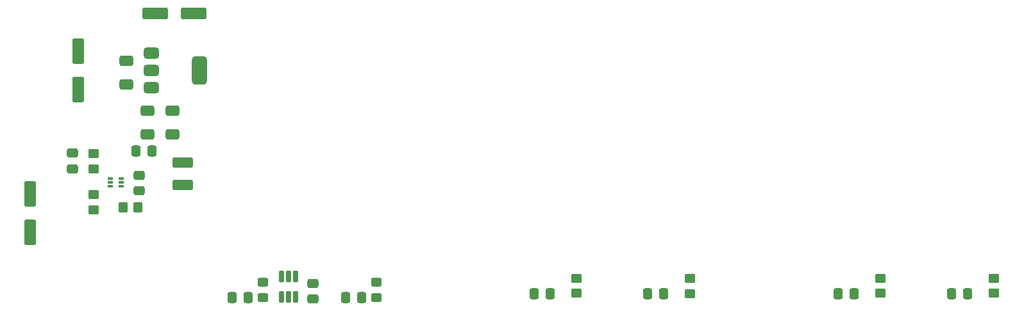
<source format=gtp>
G04 #@! TF.GenerationSoftware,KiCad,Pcbnew,9.0.5*
G04 #@! TF.CreationDate,2025-10-23T02:30:17+02:00*
G04 #@! TF.ProjectId,supply-board,73757070-6c79-42d6-926f-6172642e6b69,1.0a*
G04 #@! TF.SameCoordinates,Original*
G04 #@! TF.FileFunction,Paste,Top*
G04 #@! TF.FilePolarity,Positive*
%FSLAX46Y46*%
G04 Gerber Fmt 4.6, Leading zero omitted, Abs format (unit mm)*
G04 Created by KiCad (PCBNEW 9.0.5) date 2025-10-23 02:30:17*
%MOMM*%
%LPD*%
G01*
G04 APERTURE LIST*
G04 Aperture macros list*
%AMRoundRect*
0 Rectangle with rounded corners*
0 $1 Rounding radius*
0 $2 $3 $4 $5 $6 $7 $8 $9 X,Y pos of 4 corners*
0 Add a 4 corners polygon primitive as box body*
4,1,4,$2,$3,$4,$5,$6,$7,$8,$9,$2,$3,0*
0 Add four circle primitives for the rounded corners*
1,1,$1+$1,$2,$3*
1,1,$1+$1,$4,$5*
1,1,$1+$1,$6,$7*
1,1,$1+$1,$8,$9*
0 Add four rect primitives between the rounded corners*
20,1,$1+$1,$2,$3,$4,$5,0*
20,1,$1+$1,$4,$5,$6,$7,0*
20,1,$1+$1,$6,$7,$8,$9,0*
20,1,$1+$1,$8,$9,$2,$3,0*%
G04 Aperture macros list end*
%ADD10RoundRect,0.250000X-0.337500X-0.475000X0.337500X-0.475000X0.337500X0.475000X-0.337500X0.475000X0*%
%ADD11RoundRect,0.250000X0.550000X-1.412500X0.550000X1.412500X-0.550000X1.412500X-0.550000X-1.412500X0*%
%ADD12RoundRect,0.250000X0.475000X-0.337500X0.475000X0.337500X-0.475000X0.337500X-0.475000X-0.337500X0*%
%ADD13RoundRect,0.250000X0.337500X0.475000X-0.337500X0.475000X-0.337500X-0.475000X0.337500X-0.475000X0*%
%ADD14RoundRect,0.250000X-0.475000X0.337500X-0.475000X-0.337500X0.475000X-0.337500X0.475000X0.337500X0*%
%ADD15RoundRect,0.250000X-0.450000X0.325000X-0.450000X-0.325000X0.450000X-0.325000X0.450000X0.325000X0*%
%ADD16RoundRect,0.087500X0.250000X0.087500X-0.250000X0.087500X-0.250000X-0.087500X0.250000X-0.087500X0*%
%ADD17RoundRect,0.250000X0.650000X-0.412500X0.650000X0.412500X-0.650000X0.412500X-0.650000X-0.412500X0*%
%ADD18RoundRect,0.250000X-0.450000X0.350000X-0.450000X-0.350000X0.450000X-0.350000X0.450000X0.350000X0*%
%ADD19RoundRect,0.250001X1.074999X-0.462499X1.074999X0.462499X-1.074999X0.462499X-1.074999X-0.462499X0*%
%ADD20RoundRect,0.250000X0.450000X-0.350000X0.450000X0.350000X-0.450000X0.350000X-0.450000X-0.350000X0*%
%ADD21RoundRect,0.375000X-0.625000X-0.375000X0.625000X-0.375000X0.625000X0.375000X-0.625000X0.375000X0*%
%ADD22RoundRect,0.500000X-0.500000X-1.400000X0.500000X-1.400000X0.500000X1.400000X-0.500000X1.400000X0*%
%ADD23RoundRect,0.250000X0.350000X0.450000X-0.350000X0.450000X-0.350000X-0.450000X0.350000X-0.450000X0*%
%ADD24RoundRect,0.162500X0.162500X-0.617500X0.162500X0.617500X-0.162500X0.617500X-0.162500X-0.617500X0*%
%ADD25RoundRect,0.250000X1.412500X0.550000X-1.412500X0.550000X-1.412500X-0.550000X1.412500X-0.550000X0*%
G04 APERTURE END LIST*
D10*
X164252000Y-105352400D03*
X166327000Y-105352400D03*
D11*
X42586000Y-97221900D03*
X42586000Y-92146900D03*
D10*
X109134000Y-105352400D03*
X111209000Y-105352400D03*
D12*
X56929000Y-91792900D03*
X56929000Y-89717900D03*
D13*
X86295500Y-105860400D03*
X84220500Y-105860400D03*
D14*
X79919000Y-104024900D03*
X79919000Y-106099900D03*
D15*
X88306000Y-103828400D03*
X88306000Y-105878400D03*
D16*
X54544000Y-91120400D03*
X54544000Y-90620400D03*
X54544000Y-90120400D03*
X53119000Y-90120400D03*
X53119000Y-90620400D03*
X53119000Y-91120400D03*
D14*
X48166000Y-86775400D03*
X48166000Y-88850400D03*
D17*
X61374000Y-84316900D03*
X61374000Y-81191900D03*
D18*
X50960000Y-86834400D03*
X50960000Y-88834400D03*
D19*
X62690000Y-90972900D03*
X62690000Y-87997900D03*
D20*
X114722000Y-105336400D03*
X114722000Y-103336400D03*
D17*
X55286000Y-77666400D03*
X55286000Y-74541400D03*
D11*
X48936000Y-78387400D03*
X48936000Y-73312400D03*
D10*
X124098500Y-105352400D03*
X126173500Y-105352400D03*
D21*
X58588000Y-73535900D03*
X58588000Y-75835900D03*
D22*
X64888000Y-75835900D03*
D21*
X58588000Y-78135900D03*
D13*
X58601500Y-86516400D03*
X56526500Y-86516400D03*
D20*
X129708000Y-105352400D03*
X129708000Y-103352400D03*
D23*
X56786000Y-93930400D03*
X54786000Y-93930400D03*
D24*
X75733000Y-105824400D03*
X76683000Y-105824400D03*
X77633000Y-105824400D03*
X77633000Y-103124400D03*
X76683000Y-103124400D03*
X75733000Y-103124400D03*
D25*
X64171000Y-68268400D03*
X59096000Y-68268400D03*
D10*
X149244500Y-105352400D03*
X151319500Y-105352400D03*
D13*
X71309500Y-105860400D03*
X69234500Y-105860400D03*
D17*
X58024000Y-84316900D03*
X58024000Y-81191900D03*
D20*
X169840000Y-105336400D03*
X169840000Y-103336400D03*
X154854000Y-105336400D03*
X154854000Y-103336400D03*
D18*
X50960000Y-92295400D03*
X50960000Y-94295400D03*
D15*
X73320000Y-103828400D03*
X73320000Y-105878400D03*
M02*

</source>
